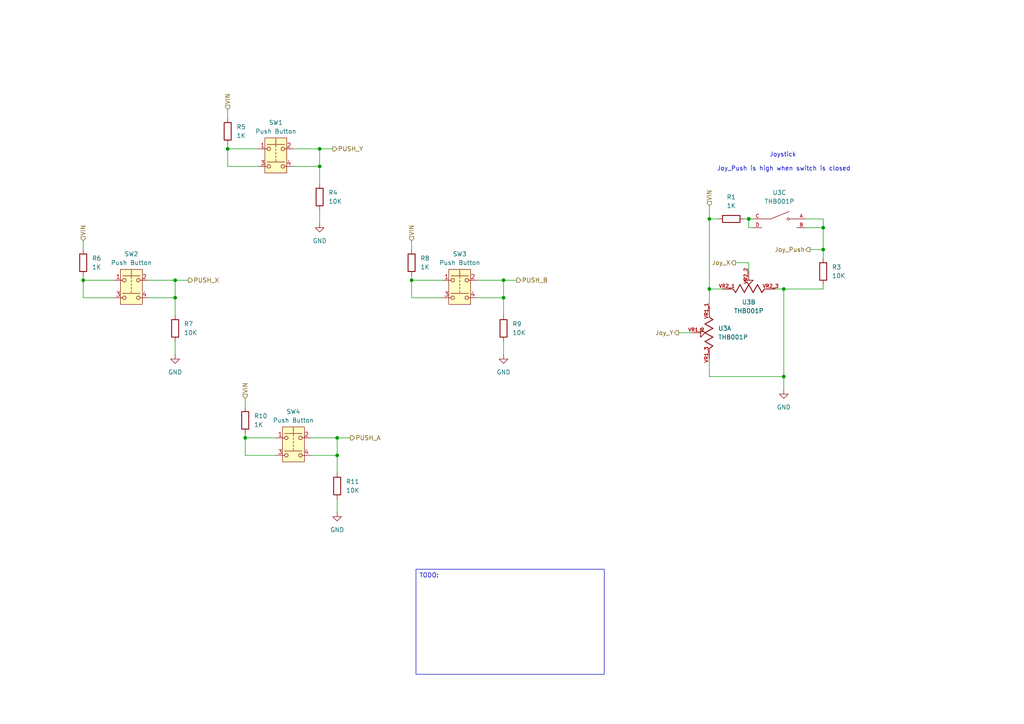
<source format=kicad_sch>
(kicad_sch (version 20231120) (generator "eeschema") (generator_version "8.0")
  (paper "A4")
  (title_block (date "mar. 31 mars 2015"))
  (lib_symbols
    (symbol "Device:R" (pin_numbers hide) (pin_names (offset 0))
      (property "Reference" "R" (at 2.032 0 90))
      (property "Value" "R" (at 0 0 90))
      (symbol "R_0_1"
        (rectangle (start -1.016 -2.54) (end 1.016 2.54) (stroke (width 0.254)))
      )
      (symbol "R_1_1"
        (pin passive line (at 0 3.81 270) (length 1.27) (name "~") (number "1"))
        (pin passive line (at 0 -3.81 90) (length 1.27) (name "~") (number "2"))
      )
    )
    (symbol "Switch:SW_Push_Dual" (pin_names (offset 1.016) hide)
      (property "Reference" "SW" (at 0 7.62 0))
      (property "Value" "SW_Push_Dual" (at 0 -6.35 0))
      (symbol "SW_Push_Dual_0_1"
        (circle (center -2.032 -2.54) (radius 0.508))
        (circle (center -2.032 2.54) (radius 0.508))
        (polyline (pts (xy 0 -0.508) (xy 0 -1.016)))
        (polyline (pts (xy 0 0.508) (xy 0 0)))
        (polyline (pts (xy 0 1.016) (xy 0 1.524)))
        (polyline (pts (xy 0 2.032) (xy 0 2.54)))
        (polyline (pts (xy 0 3.048) (xy 0 3.556)))
        (polyline (pts (xy 0 3.81) (xy 0 5.588)))
        (polyline (pts (xy 2.54 -1.27) (xy -2.54 -1.27)))
        (polyline (pts (xy 2.54 3.81) (xy -2.54 3.81)))
        (circle (center 2.032 -2.54) (radius 0.508))
        (circle (center 2.032 2.54) (radius 0.508))
        (pin passive line (at -5.08 2.54 0) (length 2.54) (name "1") (number "1"))
        (pin passive line (at 5.08 2.54 180) (length 2.54) (name "2") (number "2"))
        (pin passive line (at -5.08 -2.54 0) (length 2.54) (name "3") (number "3"))
        (pin passive line (at 5.08 -2.54 180) (length 2.54) (name "4") (number "4"))
      )
      (symbol "SW_Push_Dual_1_1"
        (rectangle (start -3.175 5.715) (end 3.175 -4.445) (fill (type background)))
      )
    )
    (symbol "THB001P:THB001P" (pin_names (offset 1.016))
      (property "Reference" "U" (at -5.08 5.08 0))
      (property "Value" "THB001P" (at -5.08 2.54 0))
      (symbol "THB001P_1_0"
        (polyline (pts (xy -5.08 0) (xy -4.572 0)) (stroke (width 0.1524)))
        (polyline (pts (xy -4.572 0) (xy -3.81 1.016)) (stroke (width 0.254)))
        (polyline (pts (xy -3.81 1.016) (xy -2.54 -1.27)) (stroke (width 0.254)))
        (polyline (pts (xy -2.54 -1.27) (xy -1.27 1.016)) (stroke (width 0.254)))
        (polyline (pts (xy -1.27 -2.54) (xy 0 -1.27)) (stroke (width 0.2032)))
        (polyline (pts (xy -1.27 1.016) (xy 0 -1.27)) (stroke (width 0.254)))
        (polyline (pts (xy 0 -1.27) (xy 1.27 -2.54)) (stroke (width 0.2032)))
        (polyline (pts (xy 0 -1.27) (xy 1.27 1.016)) (stroke (width 0.254)))
        (polyline (pts (xy 1.27 -2.54) (xy -1.27 -2.54)) (stroke (width 0.2032)))
        (polyline (pts (xy 1.27 1.016) (xy 2.54 -1.27)) (stroke (width 0.254)))
        (polyline (pts (xy 2.54 -1.27) (xy 3.81 1.016)) (stroke (width 0.254)))
        (polyline (pts (xy 3.81 1.016) (xy 4.572 0)) (stroke (width 0.254)))
        (polyline (pts (xy 4.572 0) (xy 5.08 0)) (stroke (width 0.1524)))
        (pin passive line (at -7.62 0 0) (length 2.54) (name "~") (number "VR1_1"))
        (pin passive line (at 0 -5.08 90) (length 2.54) (name "~") (number "VR1_2"))
        (pin passive line (at 7.62 0 180) (length 2.54) (name "~") (number "VR1_3"))
      )
      (symbol "THB001P_2_0"
        (polyline (pts (xy -5.08 0) (xy -4.572 0)) (stroke (width 0.1524)))
        (polyline (pts (xy -4.572 0) (xy -3.81 1.016)) (stroke (width 0.254)))
        (polyline (pts (xy -3.81 1.016) (xy -2.54 -1.27)) (stroke (width 0.254)))
        (polyline (pts (xy -2.54 -1.27) (xy -1.27 1.016)) (stroke (width 0.254)))
        (polyline (pts (xy -1.27 -2.54) (xy 0 -1.27)) (stroke (width 0.2032)))
        (polyline (pts (xy -1.27 1.016) (xy 0 -1.27)) (stroke (width 0.254)))
        (polyline (pts (xy 0 -1.27) (xy 1.27 -2.54)) (stroke (width 0.2032)))
        (polyline (pts (xy 0 -1.27) (xy 1.27 1.016)) (stroke (width 0.254)))
        (polyline (pts (xy 1.27 -2.54) (xy -1.27 -2.54)) (stroke (width 0.2032)))
        (polyline (pts (xy 1.27 1.016) (xy 2.54 -1.27)) (stroke (width 0.254)))
        (polyline (pts (xy 2.54 -1.27) (xy 3.81 1.016)) (stroke (width 0.254)))
        (polyline (pts (xy 3.81 1.016) (xy 4.572 0)) (stroke (width 0.254)))
        (polyline (pts (xy 4.572 0) (xy 5.08 0)) (stroke (width 0.1524)))
        (pin passive line (at -7.62 0 0) (length 2.54) (name "~") (number "VR2_1"))
        (pin passive line (at 0 -5.08 90) (length 2.54) (name "~") (number "VR2_2"))
        (pin passive line (at 7.62 0 180) (length 2.54) (name "~") (number "VR2_3"))
      )
      (symbol "THB001P_3_0"
        (polyline (pts (xy -2.54 0) (xy -5.08 0)) (stroke (width 0.1524)))
        (polyline (pts (xy -2.54 0) (xy 2.794 2.1336)) (stroke (width 0.1524)))
        (polyline (pts (xy 5.08 0) (xy 2.921 0)) (stroke (width 0.1524)))
        (circle (center 2.54 0) (radius 0.3302) (stroke (width 0.1524)))
        (pin passive line (at 7.62 0 180) (length 2.54) (name "~") (number "A"))
        (pin passive line (at 7.62 -2.54 180) (length 2.54) (name "~") (number "B"))
        (pin passive line (at -7.62 0 0) (length 2.54) (name "~") (number "C"))
        (pin passive line (at -7.62 -2.54 0) (length 2.54) (name "~") (number "D"))
      )
    )
    (symbol "power:GND" (power) (pin_numbers hide) (pin_names (offset 0) hide)
      (property "Value" "GND" (at 0 -3.81 0))
      (symbol "GND_0_1"
        (polyline (pts (xy 0 0) (xy 0 -1.27) (xy 1.27 -1.27) (xy 0 -2.54) (xy -1.27 -1.27) (xy 0 -1.27)))
      )
      (symbol "GND_1_1"
        (pin power_in line (at 0 0 270) (length 0) (name "~") (number "1"))
      )
    )
  )
  (junction (at 97.79 127))
  (junction (at 217.17 63.5))
  (junction (at 24.13 81.28))
  (junction (at 205.74 83.82))
  (junction (at 146.05 86.36))
  (junction (at 227.33 83.82))
  (junction (at 50.8 81.28))
  (junction (at 238.76 66.04))
  (junction (at 92.71 48.26))
  (junction (at 97.79 132.08))
  (junction (at 71.12 127))
  (junction (at 238.76 72.39))
  (junction (at 50.8 86.36))
  (junction (at 227.33 109.22))
  (junction (at 119.38 81.28))
  (junction (at 66.04 43.18))
  (junction (at 92.71 43.18))
  (junction (at 205.74 63.5))
  (junction (at 146.05 81.28))
  (wire (pts (xy 238.76 66.04) (xy 238.76 63.5)))
  (wire (pts (xy 209.55 83.82) (xy 205.74 83.82)))
  (wire (pts (xy 146.05 86.36) (xy 146.05 81.28)))
  (wire (pts (xy 97.79 137.16) (xy 97.79 132.08)))
  (wire (pts (xy 205.74 59.69) (xy 205.74 63.5)))
  (wire (pts (xy 50.8 86.36) (xy 43.18 86.36)))
  (wire (pts (xy 233.68 66.04) (xy 238.76 66.04)))
  (wire (pts (xy 92.71 48.26) (xy 85.09 48.26)))
  (wire (pts (xy 238.76 66.04) (xy 238.76 72.39)))
  (wire (pts (xy 196.85 96.52) (xy 200.66 96.52)))
  (wire (pts (xy 227.33 113.03) (xy 227.33 109.22)))
  (wire (pts (xy 119.38 80.01) (xy 119.38 81.28)))
  (wire (pts (xy 234.95 72.39) (xy 238.76 72.39)))
  (wire (pts (xy 128.27 86.36) (xy 119.38 86.36)))
  (wire (pts (xy 50.8 99.06) (xy 50.8 102.87)))
  (wire (pts (xy 146.05 91.44) (xy 146.05 86.36)))
  (wire (pts (xy 146.05 81.28) (xy 149.86 81.28)))
  (wire (pts (xy 97.79 144.78) (xy 97.79 148.59)))
  (wire (pts (xy 205.74 63.5) (xy 208.28 63.5)))
  (wire (pts (xy 66.04 48.26) (xy 66.04 43.18)))
  (wire (pts (xy 50.8 81.28) (xy 43.18 81.28)))
  (wire (pts (xy 74.93 48.26) (xy 66.04 48.26)))
  (wire (pts (xy 217.17 63.5) (xy 218.44 63.5)))
  (wire (pts (xy 205.74 63.5) (xy 205.74 83.82)))
  (wire (pts (xy 146.05 99.06) (xy 146.05 102.87)))
  (wire (pts (xy 238.76 72.39) (xy 238.76 74.93)))
  (wire (pts (xy 33.02 86.36) (xy 24.13 86.36)))
  (wire (pts (xy 92.71 48.26) (xy 92.71 43.18)))
  (wire (pts (xy 215.9 63.5) (xy 217.17 63.5)))
  (wire (pts (xy 66.04 41.91) (xy 66.04 43.18)))
  (wire (pts (xy 205.74 104.14) (xy 205.74 109.22)))
  (wire (pts (xy 213.36 76.2) (xy 217.17 76.2)))
  (wire (pts (xy 66.04 31.75) (xy 66.04 34.29)))
  (wire (pts (xy 71.12 115.57) (xy 71.12 118.11)))
  (wire (pts (xy 119.38 69.85) (xy 119.38 72.39)))
  (wire (pts (xy 71.12 132.08) (xy 71.12 127)))
  (wire (pts (xy 92.71 43.18) (xy 85.09 43.18)))
  (wire (pts (xy 217.17 66.04) (xy 217.17 63.5)))
  (wire (pts (xy 71.12 125.73) (xy 71.12 127)))
  (wire (pts (xy 50.8 86.36) (xy 50.8 81.28)))
  (wire (pts (xy 50.8 81.28) (xy 54.61 81.28)))
  (wire (pts (xy 92.71 53.34) (xy 92.71 48.26)))
  (wire (pts (xy 97.79 127) (xy 101.6 127)))
  (wire (pts (xy 146.05 86.36) (xy 138.43 86.36)))
  (wire (pts (xy 80.01 132.08) (xy 71.12 132.08)))
  (wire (pts (xy 50.8 91.44) (xy 50.8 86.36)))
  (wire (pts (xy 24.13 69.85) (xy 24.13 72.39)))
  (wire (pts (xy 238.76 83.82) (xy 227.33 83.82)))
  (wire (pts (xy 97.79 132.08) (xy 97.79 127)))
  (wire (pts (xy 71.12 127) (xy 80.01 127)))
  (wire (pts (xy 218.44 66.04) (xy 217.17 66.04)))
  (wire (pts (xy 205.74 83.82) (xy 205.74 88.9)))
  (wire (pts (xy 119.38 86.36) (xy 119.38 81.28)))
  (wire (pts (xy 97.79 127) (xy 90.17 127)))
  (wire (pts (xy 146.05 81.28) (xy 138.43 81.28)))
  (wire (pts (xy 66.04 43.18) (xy 74.93 43.18)))
  (wire (pts (xy 24.13 80.01) (xy 24.13 81.28)))
  (wire (pts (xy 205.74 109.22) (xy 227.33 109.22)))
  (wire (pts (xy 97.79 132.08) (xy 90.17 132.08)))
  (wire (pts (xy 92.71 43.18) (xy 96.52 43.18)))
  (wire (pts (xy 24.13 86.36) (xy 24.13 81.28)))
  (wire (pts (xy 217.17 76.2) (xy 217.17 78.74)))
  (wire (pts (xy 119.38 81.28) (xy 128.27 81.28)))
  (wire (pts (xy 227.33 109.22) (xy 227.33 83.82)))
  (wire (pts (xy 238.76 82.55) (xy 238.76 83.82)))
  (wire (pts (xy 92.71 60.96) (xy 92.71 64.77)))
  (wire (pts (xy 238.76 63.5) (xy 233.68 63.5)))
  (wire (pts (xy 227.33 83.82) (xy 224.79 83.82)))
  (wire (pts (xy 24.13 81.28) (xy 33.02 81.28)))
  (text_box "TODO:" (at 120.65 165.1 0) (size 54.61 30.48) (effects (font (size 1.27 1.27)) (justify left top)))
  (text "Joy_Push is high when switch is closed" (at 227.33 49.022 0) (effects (font (size 1.27 1.27))))
  (text "Joystick" (at 227.076 44.958 0) (effects (font (size 1.27 1.27))))
  (hierarchical_label "Joy_X" (shape output) (at 213.36 76.2 180))
  (hierarchical_label "Joy_Push" (shape output) (at 234.95 72.39 180))
  (hierarchical_label "PUSH_X" (shape output) (at 54.61 81.28 0))
  (hierarchical_label "Joy_Y" (shape output) (at 196.85 96.52 180))
  (hierarchical_label "VIN" (shape input) (at 24.13 69.85 90))
  (hierarchical_label "PUSH_B" (shape output) (at 149.86 81.28 0))
  (hierarchical_label "VIN" (shape input) (at 66.04 31.75 90))
  (hierarchical_label "VIN" (shape input) (at 205.74 59.69 90))
  (hierarchical_label "PUSH_A" (shape output) (at 101.6 127 0))
  (hierarchical_label "VIN" (shape input) (at 119.38 69.85 90))
  (hierarchical_label "PUSH_Y" (shape output) (at 96.52 43.18 0))
  (hierarchical_label "VIN" (shape input) (at 71.12 115.57 90))
  (symbol (lib_id "Switch:SW_Push_Dual") (at 133.35 83.82 0) (unit 1)
    (property "Reference" "SW3" (at 133.35 73.66 0))
    (property "Value" "Push Button" (at 133.35 76.2 0))
    (property "Footprint" "STM32_Tuts_Footprints:SW-TH_4P-L6.0-W6.0-P4.50-LS6.5" (effects (hide yes)))
    (property "Datasheet" "https://wmsc.lcsc.com/wmsc/upload/file/pdf/v2/lcsc/2402261450_HOOYA-TC-00104FB-110E-03_C7542981.pdf" (effects (hide yes)))
    (property "Description" "Push button switch, generic, symbol, four pins" (effects (hide yes)))
    (property "MPN" "TC-00104FB-110E-03" (effects (hide yes)))
  )
  (symbol (lib_id "Device:R") (at 66.04 38.1 0) (unit 1)
    (property "Reference" "R5" (at 68.58 36.8299 0) (effects (justify left)))
    (property "Value" "1K" (at 68.58 39.3699 0) (effects (justify left)))
    (property "Footprint" "Resistor_SMD:R_0603_1608Metric" (effects (hide yes)))
    (property "Datasheet" "https://www.lcsc.com/datasheet/lcsc_datasheet_2206010130_UNI-ROYAL-Uniroyal-Elec-0603WAF1001T5E_C21190.pdf" (effects (hide yes)))
    (property "Description" "Resistor" (effects (hide yes)))
    (property "MPN" "0603WAF1001T5E" (effects (hide yes)))
  )
  (symbol (lib_id "Switch:SW_Push_Dual") (at 80.01 45.72 0) (unit 1)
    (property "Reference" "SW1" (at 80.01 35.56 0))
    (property "Value" "Push Button" (at 80.01 38.1 0))
    (property "Footprint" "STM32_Tuts_Footprints:SW-TH_4P-L6.0-W6.0-P4.50-LS6.5" (effects (hide yes)))
    (property "Datasheet" "https://wmsc.lcsc.com/wmsc/upload/file/pdf/v2/lcsc/2402261450_HOOYA-TC-00104FB-110E-03_C7542981.pdf" (effects (hide yes)))
    (property "Description" "Push button switch, generic, symbol, four pins" (effects (hide yes)))
    (property "MPN" "TC-00104FB-110E-03" (effects (hide yes)))
  )
  (symbol (lib_id "Switch:SW_Push_Dual") (at 38.1 83.82 0) (unit 1)
    (property "Reference" "SW2" (at 38.1 73.66 0))
    (property "Value" "Push Button" (at 38.1 76.2 0))
    (property "Footprint" "STM32_Tuts_Footprints:SW-TH_4P-L6.0-W6.0-P4.50-LS6.5" (effects (hide yes)))
    (property "Datasheet" "https://wmsc.lcsc.com/wmsc/upload/file/pdf/v2/lcsc/2402261450_HOOYA-TC-00104FB-110E-03_C7542981.pdf" (effects (hide yes)))
    (property "Description" "Push button switch, generic, symbol, four pins" (effects (hide yes)))
    (property "MPN" "TC-00104FB-110E-03" (effects (hide yes)))
  )
  (symbol (lib_id "Device:R") (at 92.71 57.15 180) (unit 1)
    (property "Reference" "R4" (at 95.25 55.8799 0) (effects (justify right)))
    (property "Value" "10K" (at 95.25 58.4199 0) (effects (justify right)))
    (property "Footprint" "Resistor_SMD:R_0805_2012Metric" (effects (hide yes)))
    (property "Datasheet" "https://jlcpcb.com/api/file/downloadByFileSystemAccessId/8562006748401074176" (effects (hide yes)))
    (property "Description" "Resistor" (effects (hide yes)))
    (property "MPN" "0805W8F1002T5E" (effects (hide yes)))
  )
  (symbol (lib_id "THB001P:THB001P") (at 217.17 83.82 0) (mirror x) (unit 2)
    (property "Reference" "U3" (at 217.17 87.63 0))
    (property "Value" "THB001P" (at 217.17 90.17 0))
    (property "Footprint" "STM32_Tuts_Footprints:CNK_THB001P" (effects (hide yes)))
    (property "Datasheet" "https://www.lcsc.com/datasheet/lcsc_datasheet_2412061752_YIYUAN-YTSTHB001P_C41381727.pdf" (effects (hide yes)))
    (property "PARTREV" "27 Jan 22" (effects (hide yes)))
    (property "MANUFACTURER" "CNK" (effects (hide yes)))
    (property "STANDARD" "Manufacturer Recommendations" (effects (hide yes)))
    (property "MAXIMUM_PACKAGE_HEIGHT" "19.85mm" (effects (hide yes)))
    (property "SNAPEDA_PN" "THB001P" (effects (hide yes)))
    (property "MPN" "YTSTHB001P" (effects (hide yes)))
  )
  (symbol (lib_id "Device:R") (at 97.79 140.97 180) (unit 1)
    (property "Reference" "R11" (at 100.33 139.6999 0) (effects (justify right)))
    (property "Value" "10K" (at 100.33 142.2399 0) (effects (justify right)))
    (property "Footprint" "Resistor_SMD:R_0805_2012Metric" (effects (hide yes)))
    (property "Datasheet" "https://jlcpcb.com/api/file/downloadByFileSystemAccessId/8562006748401074176" (effects (hide yes)))
    (property "Description" "Resistor" (effects (hide yes)))
    (property "MPN" "0805W8F1002T5E" (effects (hide yes)))
  )
  (symbol (lib_id "power:GND") (at 97.79 148.59 0) (unit 1)
    (property "Reference" "#PWR025" (effects (hide yes)))
    (property "Value" "GND" (at 97.79 153.67 0))
    (property "Description" "Power symbol creates a global label with name \"GND\" , ground" (effects (hide yes)))
  )
  (symbol (lib_id "Device:R") (at 119.38 76.2 0) (unit 1)
    (property "Reference" "R8" (at 121.92 74.9299 0) (effects (justify left)))
    (property "Value" "1K" (at 121.92 77.4699 0) (effects (justify left)))
    (property "Footprint" "Resistor_SMD:R_0603_1608Metric" (effects (hide yes)))
    (property "Datasheet" "https://www.lcsc.com/datasheet/lcsc_datasheet_2206010130_UNI-ROYAL-Uniroyal-Elec-0603WAF1001T5E_C21190.pdf" (effects (hide yes)))
    (property "Description" "Resistor" (effects (hide yes)))
    (property "MPN" "0603WAF1001T5E" (effects (hide yes)))
  )
  (symbol (lib_id "Device:R") (at 238.76 78.74 180) (unit 1)
    (property "Reference" "R3" (at 241.3 77.4699 0) (effects (justify right)))
    (property "Value" "10K" (at 241.3 80.0099 0) (effects (justify right)))
    (property "Footprint" "Resistor_SMD:R_0805_2012Metric" (effects (hide yes)))
    (property "Datasheet" "https://jlcpcb.com/api/file/downloadByFileSystemAccessId/8562006748401074176" (effects (hide yes)))
    (property "Description" "Resistor" (effects (hide yes)))
    (property "MPN" "0805W8F1002T5E" (effects (hide yes)))
  )
  (symbol (lib_id "Device:R") (at 146.05 95.25 180) (unit 1)
    (property "Reference" "R9" (at 148.59 93.9799 0) (effects (justify right)))
    (property "Value" "10K" (at 148.59 96.5199 0) (effects (justify right)))
    (property "Footprint" "Resistor_SMD:R_0805_2012Metric" (effects (hide yes)))
    (property "Datasheet" "https://jlcpcb.com/api/file/downloadByFileSystemAccessId/8562006748401074176" (effects (hide yes)))
    (property "Description" "Resistor" (effects (hide yes)))
    (property "MPN" "0805W8F1002T5E" (effects (hide yes)))
  )
  (symbol (lib_id "power:GND") (at 146.05 102.87 0) (unit 1)
    (property "Reference" "#PWR023" (effects (hide yes)))
    (property "Value" "GND" (at 146.05 107.95 0))
    (property "Description" "Power symbol creates a global label with name \"GND\" , ground" (effects (hide yes)))
  )
  (symbol (lib_id "Device:R") (at 50.8 95.25 180) (unit 1)
    (property "Reference" "R7" (at 53.34 93.9799 0) (effects (justify right)))
    (property "Value" "10K" (at 53.34 96.5199 0) (effects (justify right)))
    (property "Footprint" "Resistor_SMD:R_0805_2012Metric" (effects (hide yes)))
    (property "Datasheet" "https://jlcpcb.com/api/file/downloadByFileSystemAccessId/8562006748401074176" (effects (hide yes)))
    (property "Description" "Resistor" (effects (hide yes)))
    (property "MPN" "0805W8F1002T5E" (effects (hide yes)))
  )
  (symbol (lib_id "THB001P:THB001P") (at 226.06 63.5 0) (unit 3)
    (property "Reference" "U3" (at 226.06 55.88 0))
    (property "Value" "THB001P" (at 226.06 58.42 0))
    (property "Footprint" "STM32_Tuts_Footprints:CNK_THB001P" (effects (hide yes)))
    (property "Datasheet" "https://www.lcsc.com/datasheet/lcsc_datasheet_2412061752_YIYUAN-YTSTHB001P_C41381727.pdf" (effects (hide yes)))
    (property "PARTREV" "27 Jan 22" (effects (hide yes)))
    (property "MANUFACTURER" "CNK" (effects (hide yes)))
    (property "STANDARD" "Manufacturer Recommendations" (effects (hide yes)))
    (property "MAXIMUM_PACKAGE_HEIGHT" "19.85mm" (effects (hide yes)))
    (property "SNAPEDA_PN" "THB001P" (effects (hide yes)))
    (property "MPN" "YTSTHB001P" (effects (hide yes)))
  )
  (symbol (lib_id "Device:R") (at 71.12 121.92 0) (unit 1)
    (property "Reference" "R10" (at 73.66 120.6499 0) (effects (justify left)))
    (property "Value" "1K" (at 73.66 123.1899 0) (effects (justify left)))
    (property "Footprint" "Resistor_SMD:R_0603_1608Metric" (effects (hide yes)))
    (property "Datasheet" "https://www.lcsc.com/datasheet/lcsc_datasheet_2206010130_UNI-ROYAL-Uniroyal-Elec-0603WAF1001T5E_C21190.pdf" (effects (hide yes)))
    (property "Description" "Resistor" (effects (hide yes)))
    (property "MPN" "0603WAF1001T5E" (effects (hide yes)))
  )
  (symbol (lib_id "Device:R") (at 24.13 76.2 0) (unit 1)
    (property "Reference" "R6" (at 26.67 74.9299 0) (effects (justify left)))
    (property "Value" "1K" (at 26.67 77.4699 0) (effects (justify left)))
    (property "Footprint" "Resistor_SMD:R_0603_1608Metric" (effects (hide yes)))
    (property "Datasheet" "https://www.lcsc.com/datasheet/lcsc_datasheet_2206010130_UNI-ROYAL-Uniroyal-Elec-0603WAF1001T5E_C21190.pdf" (effects (hide yes)))
    (property "Description" "Resistor" (effects (hide yes)))
    (property "MPN" "0603WAF1001T5E" (effects (hide yes)))
  )
  (symbol (lib_id "power:GND") (at 92.71 64.77 0) (unit 1)
    (property "Reference" "#PWR019" (effects (hide yes)))
    (property "Value" "GND" (at 92.71 69.85 0))
    (property "Description" "Power symbol creates a global label with name \"GND\" , ground" (effects (hide yes)))
  )
  (symbol (lib_id "THB001P:THB001P") (at 205.74 96.52 270) (unit 1)
    (property "Reference" "U3" (at 208.28 95.2499 90) (effects (justify left)))
    (property "Value" "THB001P" (at 208.28 97.7899 90) (effects (justify left)))
    (property "Footprint" "STM32_Tuts_Footprints:CNK_THB001P" (effects (hide yes)))
    (property "Datasheet" "https://www.lcsc.com/datasheet/lcsc_datasheet_2412061752_YIYUAN-YTSTHB001P_C41381727.pdf" (effects (hide yes)))
    (property "PARTREV" "27 Jan 22" (effects (hide yes)))
    (property "MANUFACTURER" "CNK" (effects (hide yes)))
    (property "STANDARD" "Manufacturer Recommendations" (effects (hide yes)))
    (property "MAXIMUM_PACKAGE_HEIGHT" "19.85mm" (effects (hide yes)))
    (property "SNAPEDA_PN" "THB001P" (effects (hide yes)))
    (property "MPN" "YTSTHB001P" (effects (hide yes)))
  )
  (symbol (lib_id "Switch:SW_Push_Dual") (at 85.09 129.54 0) (unit 1)
    (property "Reference" "SW4" (at 85.09 119.38 0))
    (property "Value" "Push Button" (at 85.09 121.92 0))
    (property "Footprint" "STM32_Tuts_Footprints:SW-TH_4P-L6.0-W6.0-P4.50-LS6.5" (effects (hide yes)))
    (property "Datasheet" "https://wmsc.lcsc.com/wmsc/upload/file/pdf/v2/lcsc/2402261450_HOOYA-TC-00104FB-110E-03_C7542981.pdf" (effects (hide yes)))
    (property "Description" "Push button switch, generic, symbol, four pins" (effects (hide yes)))
    (property "MPN" "TC-00104FB-110E-03" (effects (hide yes)))
  )
  (symbol (lib_id "power:GND") (at 227.33 113.03 0) (unit 1)
    (property "Reference" "#PWR017" (effects (hide yes)))
    (property "Value" "GND" (at 227.33 118.11 0))
    (property "Description" "Power symbol creates a global label with name \"GND\" , ground" (effects (hide yes)))
  )
  (symbol (lib_id "Device:R") (at 212.09 63.5 90) (unit 1)
    (property "Reference" "R1" (at 212.09 57.15 90))
    (property "Value" "1K" (at 212.09 59.69 90))
    (property "Footprint" "Resistor_SMD:R_0603_1608Metric" (effects (hide yes)))
    (property "Datasheet" "https://www.lcsc.com/datasheet/lcsc_datasheet_2206010130_UNI-ROYAL-Uniroyal-Elec-0603WAF1001T5E_C21190.pdf" (effects (hide yes)))
    (property "Description" "Resistor" (effects (hide yes)))
    (property "MPN" "0603WAF1001T5E" (effects (hide yes)))
  )
  (symbol (lib_id "power:GND") (at 50.8 102.87 0) (unit 1)
    (property "Reference" "#PWR021" (effects (hide yes)))
    (property "Value" "GND" (at 50.8 107.95 0))
    (property "Description" "Power symbol creates a global label with name \"GND\" , ground" (effects (hide yes)))
  )
)
</source>
